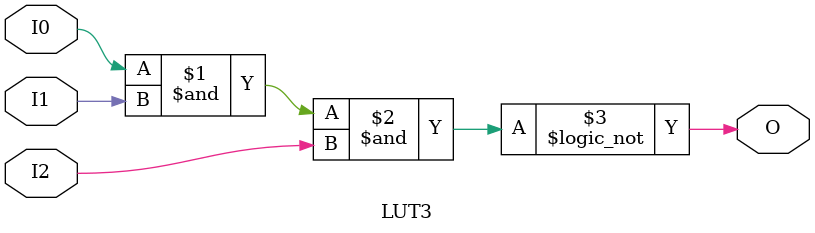
<source format=sv>
module LUT3 #(parameter INIT = 8'h00) (
    output O,
    input I0,
    input I1,
    input I2
);

    // ND3D0BWP40P140HVT u_nand3 (
    //     .ZN(O),
    //     .A1(I0),
    //     .A2(I1),
    //     .A3(I2)
    // );

    assign O = !(I0 & I1 & I2);

endmodule
</source>
